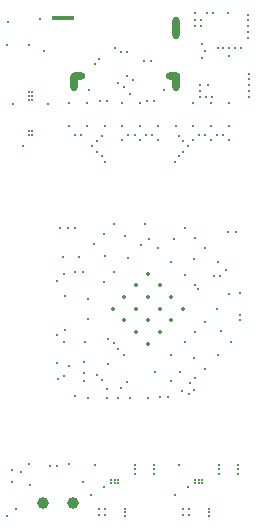
<source format=gbr>
%TF.GenerationSoftware,KiCad,Pcbnew,(6.0.2)*%
%TF.CreationDate,2022-04-22T09:08:28+08:00*%
%TF.ProjectId,usb-nvme,7573622d-6e76-46d6-952e-6b696361645f,rev?*%
%TF.SameCoordinates,Original*%
%TF.FileFunction,Plated,1,4,PTH,Mixed*%
%TF.FilePolarity,Positive*%
%FSLAX46Y46*%
G04 Gerber Fmt 4.6, Leading zero omitted, Abs format (unit mm)*
G04 Created by KiCad (PCBNEW (6.0.2)) date 2022-04-22 09:08:28*
%MOMM*%
%LPD*%
G01*
G04 APERTURE LIST*
%TA.AperFunction,ViaDrill*%
%ADD10C,0.200000*%
%TD*%
%TA.AperFunction,ViaDrill*%
%ADD11C,0.300000*%
%TD*%
%TA.AperFunction,ComponentDrill*%
%ADD12C,0.350000*%
%TD*%
G04 aperture for slot hole*
%TA.AperFunction,ComponentDrill*%
%ADD13O,1.900000X0.400000*%
%TD*%
G04 aperture for slot hole*
%TA.AperFunction,ComponentDrill*%
%ADD14O,0.600000X1.600000*%
%TD*%
G04 aperture for slot hole*
%TA.AperFunction,ComponentDrill*%
%ADD15O,1.200000X0.600000*%
%TD*%
G04 aperture for slot hole*
%TA.AperFunction,ComponentDrill*%
%ADD16O,0.600000X1.900000*%
%TD*%
%TA.AperFunction,ComponentDrill*%
%ADD17C,1.000000*%
%TD*%
G04 APERTURE END LIST*
D10*
X1000000Y-3200000D03*
X1000000Y-43075500D03*
X1100000Y-1200000D03*
X1400000Y-39200000D03*
X1400000Y-40200000D03*
X1450000Y-8200000D03*
X1700000Y-42500000D03*
X2200000Y-39300000D03*
X2350000Y-11700000D03*
X2800000Y-3200000D03*
X2800000Y-7200000D03*
X2800000Y-7500000D03*
X2800000Y-7800000D03*
X2800000Y-10500000D03*
X2800000Y-10800000D03*
X2800000Y-38650000D03*
X2900000Y-40400000D03*
X3100000Y-7200000D03*
X3100000Y-7500000D03*
X3100000Y-7800000D03*
X3100000Y-10500000D03*
X3100000Y-10800000D03*
X3800000Y-1000000D03*
X4100000Y-3700000D03*
X4450000Y-8200000D03*
X4600000Y-38800000D03*
X5181025Y-23200000D03*
X5200000Y-27700000D03*
X5200000Y-38800000D03*
X5250000Y-30100000D03*
X5300000Y-31500000D03*
X5500000Y-18700000D03*
X5750000Y-21150000D03*
X5758222Y-22600862D03*
X5800000Y-31200000D03*
X5828932Y-28328427D03*
X5899643Y-24439340D03*
X5900000Y-27300000D03*
X6100000Y-18700000D03*
X6200000Y-30400000D03*
X6250000Y-8100000D03*
X6250000Y-10000000D03*
X6250000Y-38650000D03*
X6700000Y-18700000D03*
X6700000Y-22400000D03*
X6700000Y-32900000D03*
X6725000Y-10800000D03*
X7074500Y-21100000D03*
X7275000Y-10800000D03*
X7400000Y-22400000D03*
X7400000Y-40200000D03*
X7525988Y-30025483D03*
X7600000Y-28300000D03*
X7750000Y-8100000D03*
X7750000Y-10000000D03*
X7808831Y-24651472D03*
X7808831Y-26348528D03*
X7850000Y-33100000D03*
X7900000Y-7000000D03*
X8100000Y-41300000D03*
X8200000Y-11750000D03*
X8303807Y-20055277D03*
X8400000Y-38700000D03*
X8405545Y-4794455D03*
X8586649Y-31086144D03*
X8605545Y-11294455D03*
X8605545Y-12205545D03*
X8794455Y-4405545D03*
X8800000Y-42500000D03*
X8800000Y-43000000D03*
X8855000Y-7954577D03*
X8994455Y-10905545D03*
X8994455Y-12594455D03*
X9010914Y-31510407D03*
X9152334Y-19206750D03*
X9200000Y-40600000D03*
X9223045Y-23237258D03*
X9250000Y-10000000D03*
X9293755Y-21045227D03*
X9300000Y-13100000D03*
X9300000Y-42500000D03*
X9300000Y-43000000D03*
X9400000Y-32300000D03*
X9400000Y-33100000D03*
X9405000Y-7954577D03*
X9505887Y-28045584D03*
X9505887Y-30166905D03*
X9800000Y-40000000D03*
X9800000Y-40300000D03*
X10000000Y-28400000D03*
X10000862Y-18358222D03*
X10071573Y-22388730D03*
X10100000Y-3400000D03*
X10100000Y-40000000D03*
X10100000Y-40300000D03*
X10400000Y-6400000D03*
X10400000Y-28900000D03*
X10400000Y-33100000D03*
X10400000Y-40000000D03*
X10400000Y-40300000D03*
X10600000Y-32200000D03*
X10605000Y-3749500D03*
X10750000Y-8100000D03*
X10750000Y-10000000D03*
X10750000Y-11200000D03*
X10892153Y-6703797D03*
X10920101Y-29459798D03*
X10990812Y-19348171D03*
X11000000Y-42450000D03*
X11000000Y-42750000D03*
X11000000Y-43050000D03*
X11100000Y-31700000D03*
X11104502Y-5800000D03*
X11155000Y-3749500D03*
X11202944Y-21257359D03*
X11225000Y-10812379D03*
X11375500Y-7300000D03*
X11400000Y-33100000D03*
X11650000Y-6150000D03*
X11775000Y-10812379D03*
X11800000Y-38700000D03*
X11800000Y-39100000D03*
X11800000Y-39500000D03*
X12250000Y-8100000D03*
X12250000Y-10000000D03*
X12250000Y-11200000D03*
X12334315Y-20125988D03*
X12605000Y-4554577D03*
X12700000Y-18300000D03*
X12725000Y-10812379D03*
X12855000Y-7954577D03*
X12900000Y-33100000D03*
X12970711Y-19631014D03*
X13155000Y-4554577D03*
X13275000Y-10812379D03*
X13400000Y-38700000D03*
X13400000Y-39100000D03*
X13400000Y-39500000D03*
X13405000Y-7954577D03*
X13465685Y-30874012D03*
X13748528Y-20408831D03*
X13750000Y-10000000D03*
X13800000Y-11200000D03*
X13900000Y-33000000D03*
X14300000Y-7000000D03*
X14600000Y-33000000D03*
X14844544Y-31616474D03*
X14879899Y-21540202D03*
X14879899Y-29459798D03*
X15092031Y-19631014D03*
X15200000Y-13100000D03*
X15200000Y-41300000D03*
X15250000Y-10000000D03*
X15500000Y-38700000D03*
X15505545Y-10905545D03*
X15505545Y-12594455D03*
X15622361Y-30838656D03*
X15799138Y-32500357D03*
X15894455Y-11294455D03*
X15894455Y-12205545D03*
X15900000Y-42500000D03*
X15900000Y-43000000D03*
X16011270Y-18711775D03*
X16011270Y-22671573D03*
X16011270Y-28328427D03*
X16300000Y-11750000D03*
X16300000Y-40600000D03*
X16382501Y-32765522D03*
X16400000Y-42500000D03*
X16400000Y-43000000D03*
X16506245Y-31793250D03*
X16750000Y-8100000D03*
X16750000Y-10000000D03*
X16750000Y-11200000D03*
X16771410Y-32376613D03*
X16789087Y-21328070D03*
X16789087Y-29671930D03*
X16859798Y-19560303D03*
X16859798Y-23520101D03*
X16859798Y-27479899D03*
X16900000Y-500000D03*
X16900000Y-1100000D03*
X16900000Y-1600000D03*
X16900000Y-40000000D03*
X16900000Y-40300000D03*
X16930509Y-31368986D03*
X17142641Y-23802944D03*
X17200000Y-40000000D03*
X17200000Y-40300000D03*
X17225000Y-10812379D03*
X17300000Y-6600000D03*
X17300000Y-7100000D03*
X17300000Y-7600000D03*
X17400000Y-1100000D03*
X17400000Y-1600000D03*
X17500000Y-3100000D03*
X17500000Y-4300000D03*
X17500000Y-40000000D03*
X17500000Y-40300000D03*
X17700000Y-3700000D03*
X17708326Y-20408831D03*
X17708326Y-26631371D03*
X17708326Y-30591169D03*
X17775000Y-10812379D03*
X17800000Y-7600000D03*
X17900000Y-500000D03*
X18000000Y-6600000D03*
X18100000Y-42450000D03*
X18100000Y-42750000D03*
X18100000Y-43050000D03*
X18250000Y-8100000D03*
X18250000Y-10000000D03*
X18250000Y-11200000D03*
X18300000Y-7600000D03*
X18400000Y-500000D03*
X18480282Y-22755282D03*
X18725000Y-10812379D03*
X18768986Y-25570711D03*
X18800000Y-3400000D03*
X18839697Y-21540202D03*
X18839697Y-29459798D03*
X18900000Y-38700000D03*
X18900000Y-39100000D03*
X18900000Y-39500000D03*
X19030282Y-22755282D03*
X19051829Y-27409188D03*
X19275000Y-10812379D03*
X19300000Y-3400000D03*
X19500000Y-22200000D03*
X19700000Y-500000D03*
X19700000Y-19000000D03*
X19750000Y-8100000D03*
X19750000Y-10000000D03*
X19750000Y-11200000D03*
X19758936Y-24297918D03*
X19800000Y-3400000D03*
X19800000Y-4100000D03*
X19971068Y-28328427D03*
X20300000Y-3400000D03*
X20400000Y-19000000D03*
X20500000Y-38700000D03*
X20500000Y-39100000D03*
X20500000Y-39500000D03*
X20678175Y-24200000D03*
X20700000Y-26000000D03*
X20700000Y-26500000D03*
X20800000Y-3400000D03*
X21400000Y-600000D03*
X21400000Y-1100000D03*
X21400000Y-1600000D03*
X21400000Y-2100000D03*
X21400000Y-2600000D03*
X21500000Y-5600000D03*
X21500000Y-6100000D03*
X21500000Y-6600000D03*
X21500000Y-7100000D03*
X21500000Y-7600000D03*
D11*
X7500000Y-30980000D03*
X7500000Y-31620000D03*
D12*
%TO.C,U1*%
X9930152Y-25500000D03*
X10920101Y-24510051D03*
X10920101Y-26489949D03*
X11910051Y-23520101D03*
X11910051Y-25500000D03*
X11910051Y-27479899D03*
X11910051Y-27479899D03*
X12900000Y-22530152D03*
X12900000Y-24510051D03*
X12900000Y-26489949D03*
X12900000Y-26489949D03*
X12900000Y-28469848D03*
X12900000Y-28469848D03*
X13889949Y-23520101D03*
X13889949Y-25500000D03*
X13889949Y-25500000D03*
X13889949Y-27479899D03*
X13889949Y-27479899D03*
X14879899Y-24510051D03*
X14879899Y-24510051D03*
X14879899Y-26489949D03*
X14879899Y-26489949D03*
X15869848Y-25500000D03*
X15869848Y-25500000D03*
D13*
%TO.C,J1*%
X5680000Y-897500D03*
D14*
X6680000Y-6297500D03*
D15*
X7000000Y-5797500D03*
X15000000Y-5787500D03*
D16*
X15320000Y-1747500D03*
D14*
X15320000Y-6287500D03*
D17*
%TO.C,TP2*%
X4000000Y-42000000D03*
%TO.C,TP3*%
X6600000Y-42000000D03*
M02*

</source>
